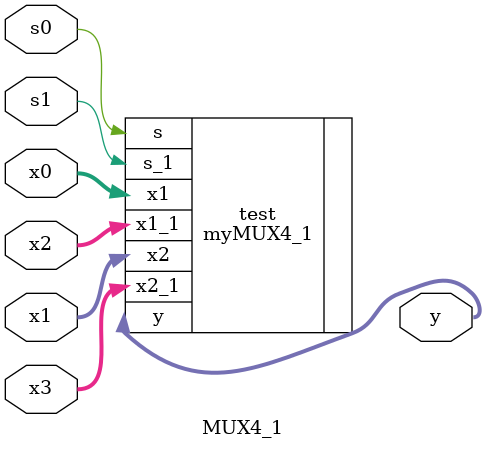
<source format=v>
`timescale 1ns / 1ps


module MUX4_1
#(parameter WIDTH=3)(
    input [(WIDTH-1):0]x0,
    input [(WIDTH-1):0]x1,
    input [(WIDTH-1):0]x2,
    input [(WIDTH-1):0]x3,
    input s0,
    input s1,
    output [(WIDTH-1):0]y
    );
    myMUX4_1 test(
        .s(s0),
        .s_1(s1),
        .x1(x0), // s_1 = 0  s0 = 0
        .x1_1(x2), // s_1 = 1 s0 = 0 
        .x2(x1), // s_1 = 0 s0 = 1
        .x2_1(x3), // s_1 = 1 s0 = 1
        .y(y));
endmodule

</source>
